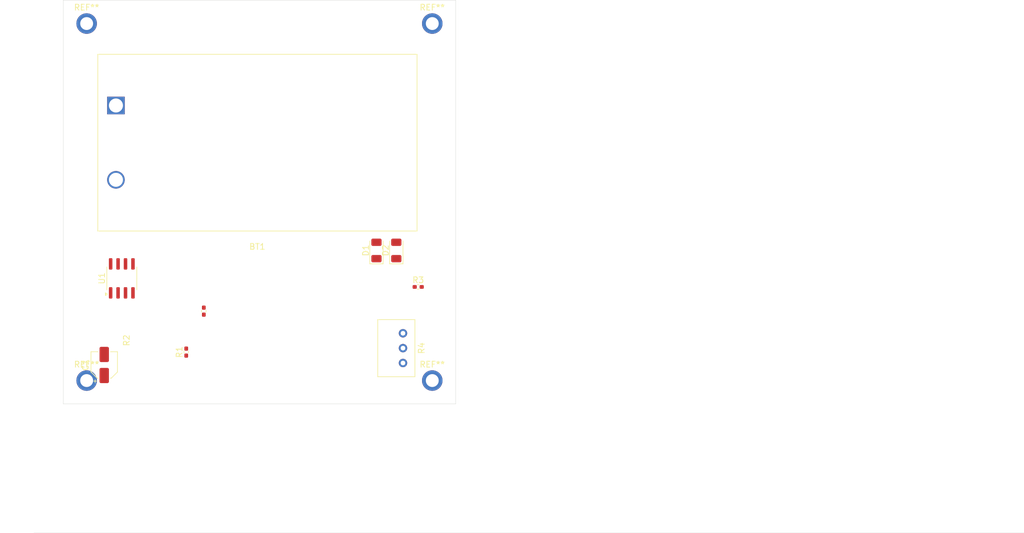
<source format=kicad_pcb>
(kicad_pcb (version 20241229) (generator "pcbnew") (generator_version "9.0")
  (layers (0 "F.Cu" signal) (2 "B.Cu" signal) (13 "F.Paste" user) (15 "B.Paste" user) (5 "F.SilkS" user "F.Silkscreen") (7 "B.SilkS" user "B.Silkscreen") (1 "F.Mask" user) (3 "B.Mask" user) (25 "Edge.Cuts" user))
  (net 0 "")
  (net 1 "Net-(BT1-+)")
  (net 2 "Net-(D1-A)")
  (net 3 "Net-(U1-DIS)")
  (net 4 "GND")
  (net 5 "Net-(D2-K)")
  (net 6 "Net-(D1-K)")
  (net 9 "Net-(BT1--)")
  (footprint "MountingHole:MountingHole_2.2mm_M2_ISO7380_Pad" (layer "F.Cu") (at 127 95)
    (property "Reference" "REF**" (at 0 -2.75 0) (layer "F.SilkS"))
    (property "Value" "MountingHole_2.2mm_M2_ISO7380_Pad")
    (pad "1" thru_hole circle (at 0 0) (size 3.5 3.5) (drill 2.2) (layers "*.Cu" "*.Mask"))
  )
  (footprint "MountingHole:MountingHole_2.2mm_M2_ISO7380_Pad" (layer "F.Cu") (at 68 95)
    (property "Reference" "REF**" (at 0 -2.75 0) (layer "F.SilkS"))
    (property "Value" "MountingHole_2.2mm_M2_ISO7380_Pad")
    (pad "1" thru_hole circle (at 0 0) (size 3.5 3.5) (drill 2.2) (layers "*.Cu" "*.Mask"))
  )
  (footprint "Capacitor_SMD:CP_Elec_4x4.5" (layer "F.Cu") (at 71 92.34 90)
    (property "Reference" "C1" (at 0 -3.2 90) (layer "F.SilkS"))
    (property "Value" "C")
    (fp_line (start 2.26 -2.26) (end 2.26 -1.06) (stroke (width 0.12)) (layer "F.SilkS"))
    (fp_line (start -1.195563 -2.26) (end 2.26 -2.26) (stroke (width 0.12)) (layer "F.SilkS"))
    (fp_line (start -2.75 -1.81) (end -2.75 -1.31) (stroke (width 0.12)) (layer "F.SilkS"))
    (fp_line (start -3 -1.56) (end -2.5 -1.56) (stroke (width 0.12)) (layer "F.SilkS"))
    (fp_line (start -2.26 -1.195563) (end -1.195563 -2.26) (stroke (width 0.12)) (layer "F.SilkS"))
    (fp_line (start -2.26 -1.195563) (end -2.26 -1.06) (stroke (width 0.12)) (layer "F.SilkS"))
    (fp_line (start -2.26 1.195563) (end -2.26 1.06) (stroke (width 0.12)) (layer "F.SilkS"))
    (fp_line (start -2.26 1.195563) (end -1.195563 2.26) (stroke (width 0.12)) (layer "F.SilkS"))
    (fp_line (start 2.26 2.26) (end 2.26 1.06) (stroke (width 0.12)) (layer "F.SilkS"))
    (fp_line (start -1.195563 2.26) (end 2.26 2.26) (stroke (width 0.12)) (layer "F.SilkS"))
    (pad "1" smd roundrect (at -1.8 0 90) (size 2.6 1.6) (layers "F.Cu" "F.Mask" "F.Paste") (roundrect_rratio 0.15625) (net 9 "Net-(BT1--)"))
    (pad "2" smd roundrect (at 1.8 0 90) (size 2.6 1.6) (layers "F.Cu" "F.Mask" "F.Paste") (roundrect_rratio 0.15625) (net 4 "GND"))
  )
  (footprint "MountingHole:MountingHole_2.2mm_M2_ISO7380_Pad" (layer "F.Cu") (at 127 34)
    (property "Reference" "REF**" (at 0 -2.75 0) (layer "F.SilkS"))
    (property "Value" "MountingHole_2.2mm_M2_ISO7380_Pad")
    (pad "1" thru_hole circle (at 0 0) (size 3.5 3.5) (drill 2.2) (layers "*.Cu" "*.Mask"))
  )
  (footprint "Resistor_SMD:R_0402_1005Metric_Pad0.72x0.64mm_HandSolder" (layer "F.Cu") (at 88 83.1375 90)
    (property "Reference" "R2" (at -5 -13.18 90) (layer "F.SilkS"))
    (property "Value" "R")
    (fp_line (start -0.167621 -0.38) (end 0.167621 -0.38) (stroke (width 0.12)) (layer "F.SilkS"))
    (fp_line (start -0.167621 0.38) (end 0.167621 0.38) (stroke (width 0.12)) (layer "F.SilkS"))
    (pad "1" smd roundrect (at -0.5975 0 90) (size 0.715 0.64) (layers "F.Cu" "F.Mask" "F.Paste") (net 1 "Net-(BT1-+)"))
    (pad "2" smd roundrect (at 0.5975 0 90) (size 0.715 0.64) (layers "F.Cu" "F.Mask" "F.Paste") (net 3 "Net-(U1-DIS)"))
  )
  (footprint "Resistor_SMD:R_0402_1005Metric_Pad0.72x0.64mm_HandSolder" (layer "F.Cu") (at 124.5975 79)
    (property "Reference" "R3" (at 0 -1.17 0) (layer "F.SilkS"))
    (property "Value" "R")
    (fp_line (start -0.167621 -0.38) (end 0.167621 -0.38) (stroke (width 0.12)) (layer "F.SilkS"))
    (fp_line (start -0.167621 0.38) (end 0.167621 0.38) (stroke (width 0.12)) (layer "F.SilkS"))
    (pad "1" smd roundrect (at -0.5975 0) (size 0.715 0.64) (layers "F.Cu" "F.Mask" "F.Paste") (net 5 "Net-(D2-K)"))
    (pad "2" smd roundrect (at 0.5975 0) (size 0.715 0.64) (layers "F.Cu" "F.Mask" "F.Paste") (net 4 "GND"))
  )
  (footprint "Battery:BatteryHolder_Eagle_12BH611-GR" (layer "F.Cu") (at 73 48 180)
    (property "Reference" "BT1" (at -24.13 -24.13 0) (layer "F.SilkS"))
    (property "Value" "Battery")
    (fp_line (start 3.1 8.75) (end -51.4 8.75) (stroke (width 0.12)) (layer "F.SilkS"))
    (fp_line (start 3.1 -21.45) (end 3.1 8.75) (stroke (width 0.12)) (layer "F.SilkS"))
    (fp_line (start -51.4 8.75) (end -51.4 -21.45) (stroke (width 0.12)) (layer "F.SilkS"))
    (fp_line (start -51.4 -21.45) (end 3.1 -21.45) (stroke (width 0.12)) (layer "F.SilkS"))
    (pad "" np_thru_hole circle (at -38.9 -17.45 180) (size 2.6 2.6) (drill 2.6) (layers "*.Cu" "*.Mask"))
    (pad "" np_thru_hole circle (at -24.15 4.75 180) (size 2.6 2.6) (drill 2.6) (layers "*.Cu" "*.Mask"))
    (pad "" np_thru_hole circle (at -10.9 -17.45 180) (size 2.6 2.6) (drill 2.6) (layers "*.Cu" "*.Mask"))
    (pad "1" thru_hole rect (at 0 0 180) (size 3 3) (drill 2.4) (layers "*.Cu" "*.Mask") (net 1 "Net-(BT1-+)"))
    (pad "2" thru_hole circle (at 0 -12.7 180) (size 3 3) (drill 2.4) (layers "*.Cu" "*.Mask") (net 9 "Net-(BT1--)"))
  )
  (footprint "LED_SMD:LED_1206_3216Metric" (layer "F.Cu") (at 117.47 72.77 90)
    (property "Reference" "D1" (at 0 -1.82 90) (layer "F.SilkS"))
    (property "Value" "LED")
    (fp_line (start 1.6 -1.135) (end -2.285 -1.135) (stroke (width 0.12)) (layer "F.SilkS"))
    (fp_line (start -2.285 -1.135) (end -2.285 1.135) (stroke (width 0.12)) (layer "F.SilkS"))
    (fp_line (start -2.285 1.135) (end 1.6 1.135) (stroke (width 0.12)) (layer "F.SilkS"))
    (pad "1" smd roundrect (at -1.4 0 90) (size 1.25 1.75) (layers "F.Cu" "F.Mask" "F.Paste") (roundrect_rratio 0.2) (net 6 "Net-(D1-K)"))
    (pad "2" smd roundrect (at 1.4 0 90) (size 1.25 1.75) (layers "F.Cu" "F.Mask" "F.Paste") (roundrect_rratio 0.2) (net 2 "Net-(D1-A)"))
  )
  (footprint "MountingHole:MountingHole_2.2mm_M2_ISO7380_Pad" (layer "F.Cu") (at 68 34)
    (property "Reference" "REF**" (at 0 -2.75 0) (layer "F.SilkS"))
    (property "Value" "MountingHole_2.2mm_M2_ISO7380_Pad")
    (pad "1" thru_hole circle (at 0 0) (size 3.5 3.5) (drill 2.2) (layers "*.Cu" "*.Mask"))
  )
  (footprint "Package_SO:SOIC-8_3.9x4.9mm_P1.27mm" (layer "F.Cu") (at 74 77.54 90)
    (property "Reference" "U1" (at 0 -3.4 90) (layer "F.SilkS"))
    (property "Value" "NE555D")
    (fp_line (start 0 -2.56) (end 1.95 -2.56) (stroke (width 0.12)) (layer "F.SilkS"))
    (fp_line (start 0 -2.56) (end -1.95 -2.56) (stroke (width 0.12)) (layer "F.SilkS"))
    (fp_line (start 0 2.56) (end 1.95 2.56) (stroke (width 0.12)) (layer "F.SilkS"))
    (fp_line (start 0 2.56) (end -1.95 2.56) (stroke (width 0.12)) (layer "F.SilkS"))
    (fp_poly (pts (xy -2.7 -2.465) (xy -2.94 -2.795) (xy -2.46 -2.795) (xy -2.7 -2.465)) (stroke (width 0.12)) (fill yes) (layer "F.SilkS"))
    (pad "1" smd roundrect (at -2.475 -1.905 90) (size 1.95 0.6) (layers "F.Cu" "F.Mask" "F.Paste") (net 4 "GND"))
    (pad "2" smd roundrect (at -2.475 -0.635 90) (size 1.95 0.6) (layers "F.Cu" "F.Mask" "F.Paste"))
    (pad "3" smd roundrect (at -2.475 0.635 90) (size 1.95 0.6) (layers "F.Cu" "F.Mask" "F.Paste") (net 6 "Net-(D1-K)"))
    (pad "4" smd roundrect (at -2.475 1.905 90) (size 1.95 0.6) (layers "F.Cu" "F.Mask" "F.Paste") (net 1 "Net-(BT1-+)"))
    (pad "5" smd roundrect (at 2.475 1.905 90) (size 1.95 0.6) (layers "F.Cu" "F.Mask" "F.Paste"))
    (pad "6" smd roundrect (at 2.475 0.635 90) (size 1.95 0.6) (layers "F.Cu" "F.Mask" "F.Paste") (net 4 "GND"))
    (pad "7" smd roundrect (at 2.475 -0.635 90) (size 1.95 0.6) (layers "F.Cu" "F.Mask" "F.Paste") (net 3 "Net-(U1-DIS)"))
    (pad "8" smd roundrect (at 2.475 -1.905 90) (size 1.95 0.6) (layers "F.Cu" "F.Mask" "F.Paste") (net 1 "Net-(BT1-+)"))
  )
  (footprint "Potentiometer_THT:Potentiometer_Bourns_3299W_Vertical" (layer "F.Cu") (at 122 92 -90)
    (property "Reference" "R4" (at -2.54 -3.16 90) (layer "F.SilkS"))
    (property "Value" "R_Variable_US")
    (fp_line (start -7.425 4.31) (end 2.345 4.31) (stroke (width 0.12)) (layer "F.SilkS"))
    (fp_line (start -7.425 -2.03) (end -7.425 4.31) (stroke (width 0.12)) (layer "F.SilkS"))
    (fp_line (start -7.425 -2.03) (end 2.345 -2.03) (stroke (width 0.12)) (layer "F.SilkS"))
    (fp_line (start 2.345 -2.03) (end 2.345 4.31) (stroke (width 0.12)) (layer "F.SilkS"))
    (pad "1" thru_hole circle (at 0 0 270) (size 1.44 1.44) (drill 0.8) (layers "*.Cu" "*.Mask") (net 3 "Net-(U1-DIS)"))
    (pad "2" thru_hole circle (at -2.54 0 270) (size 1.44 1.44) (drill 0.8) (layers "*.Cu" "*.Mask") (net 4 "GND"))
    (pad "3" thru_hole circle (at -5.08 0 270) (size 1.44 1.44) (drill 0.8) (layers "*.Cu" "*.Mask"))
  )
  (footprint "LED_SMD:LED_1206_3216Metric" (layer "F.Cu") (at 120.86 72.77 90)
    (property "Reference" "D2" (at 0 -1.82 90) (layer "F.SilkS"))
    (property "Value" "LED")
    (fp_line (start 1.6 -1.135) (end -2.285 -1.135) (stroke (width 0.12)) (layer "F.SilkS"))
    (fp_line (start -2.285 -1.135) (end -2.285 1.135) (stroke (width 0.12)) (layer "F.SilkS"))
    (fp_line (start -2.285 1.135) (end 1.6 1.135) (stroke (width 0.12)) (layer "F.SilkS"))
    (pad "1" smd roundrect (at -1.4 0 90) (size 1.25 1.75) (layers "F.Cu" "F.Mask" "F.Paste") (roundrect_rratio 0.2) (net 5 "Net-(D2-K)"))
    (pad "2" smd roundrect (at 1.4 0 90) (size 1.25 1.75) (layers "F.Cu" "F.Mask" "F.Paste") (roundrect_rratio 0.2) (net 6 "Net-(D1-K)"))
  )
  (footprint "Resistor_SMD:R_0402_1005Metric_Pad0.72x0.64mm_HandSolder" (layer "F.Cu") (at 85 90.1375 90)
    (property "Reference" "R1" (at 0 -1.17 90) (layer "F.SilkS"))
    (property "Value" "R")
    (fp_line (start -0.167621 -0.38) (end 0.167621 -0.38) (stroke (width 0.12)) (layer "F.SilkS"))
    (fp_line (start -0.167621 0.38) (end 0.167621 0.38) (stroke (width 0.12)) (layer "F.SilkS"))
    (pad "1" smd roundrect (at -0.5975 0 90) (size 0.715 0.64) (layers "F.Cu" "F.Mask" "F.Paste") (net 1 "Net-(BT1-+)"))
    (pad "2" smd roundrect (at 0.5975 0 90) (size 0.715 0.64) (layers "F.Cu" "F.Mask" "F.Paste") (net 2 "Net-(D1-A)"))
  )
  (gr_line (start 64 30) (end 64 99) (stroke (width 0.05)) (layer "Edge.Cuts"))
  (gr_line (start 131 99) (end 131 30) (stroke (width 0.05)) (layer "Edge.Cuts"))
  (gr_line (start 59 121) (end 228 121) (stroke (width 0.05)) (layer "Edge.Cuts"))
  (gr_line (start 131 30) (end 64 30) (stroke (width 0.05)) (layer "Edge.Cuts"))
  (gr_line (start 64 99) (end 131 99) (stroke (width 0.05)) (layer "Edge.Cuts"))
)
</source>
